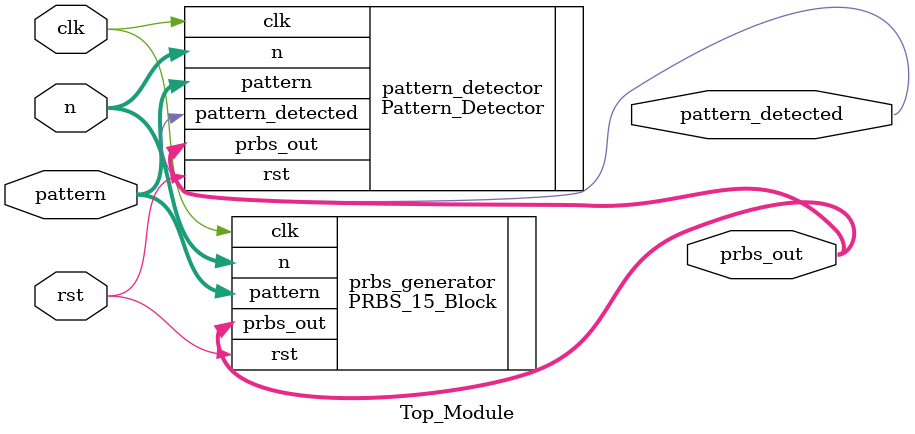
<source format=v>
module Top_Module (
    input  wire        clk,
    input  wire        rst,
    input  wire [31:0] pattern,       
    input  wire [3:0]  n,             
    output wire        pattern_detected,  
    output wire [7:0]  prbs_out        
);

    PRBS_15_Block prbs_generator (
        .clk(clk),
        .rst(rst),
        .pattern(pattern),
        .n(n),  
        .prbs_out(prbs_out)  
    );

    Pattern_Detector pattern_detector (
        .clk(clk),
        .rst(rst),
        .pattern(pattern),       
        .n(n),                   
        .prbs_out(prbs_out),     
        .pattern_detected(pattern_detected)
    );

endmodule

</source>
